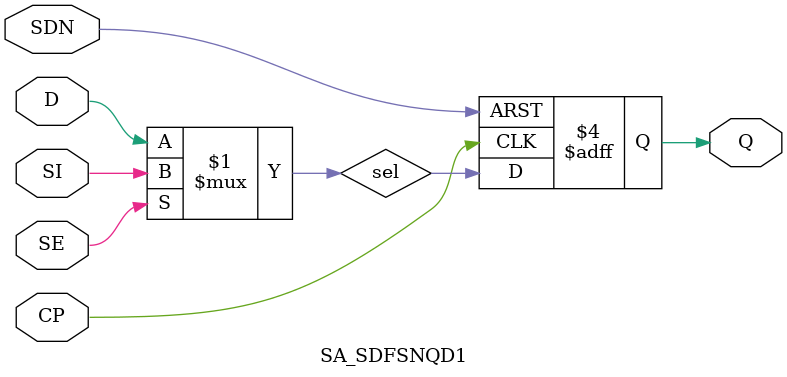
<source format=v>
module SA_SDFSNQD1 (
  SI
 ,D
 ,SE
 ,CP
 ,SDN
 ,Q
 );
input SI ;
input D ;
input SE ;
input CP ;
input SDN ;
output Q ;
reg Q;
assign sel = SE ? SI : D;
always @(posedge CP or negedge SDN)
begin
    if(~SDN)
        Q <= 1'b1;
    else
        Q <= sel;
end
endmodule

</source>
